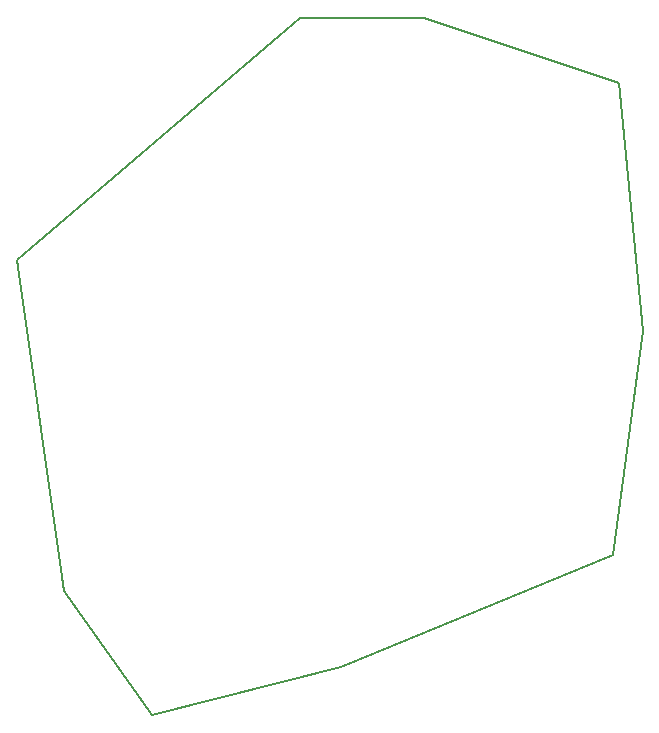
<source format=gbr>
G04 #@! TF.GenerationSoftware,KiCad,Pcbnew,5.0.2+dfsg1-1*
G04 #@! TF.CreationDate,2019-05-23T19:58:40+03:00*
G04 #@! TF.ProjectId,avrUsb,61767255-7362-42e6-9b69-6361645f7063,rev?*
G04 #@! TF.SameCoordinates,Original*
G04 #@! TF.FileFunction,Profile,NP*
%FSLAX46Y46*%
G04 Gerber Fmt 4.6, Leading zero omitted, Abs format (unit mm)*
G04 Created by KiCad (PCBNEW 5.0.2+dfsg1-1) date Thu 23 May 2019 07:58:40 PM EEST*
%MOMM*%
%LPD*%
G01*
G04 APERTURE LIST*
%ADD10C,0.150000*%
G04 APERTURE END LIST*
D10*
X163500000Y-114500000D02*
X159500000Y-86500000D01*
X171000000Y-125000000D02*
X163500000Y-114500000D01*
X187000000Y-121000000D02*
X171000000Y-125000000D01*
X210000000Y-111500000D02*
X187000000Y-121000000D01*
X212500000Y-92500000D02*
X210000000Y-111500000D01*
X210500000Y-71500000D02*
X212500000Y-92500000D01*
X194000000Y-66000000D02*
X210500000Y-71500000D01*
X183500000Y-66000000D02*
X194000000Y-66000000D01*
X159500000Y-86500000D02*
X183500000Y-66000000D01*
M02*

</source>
